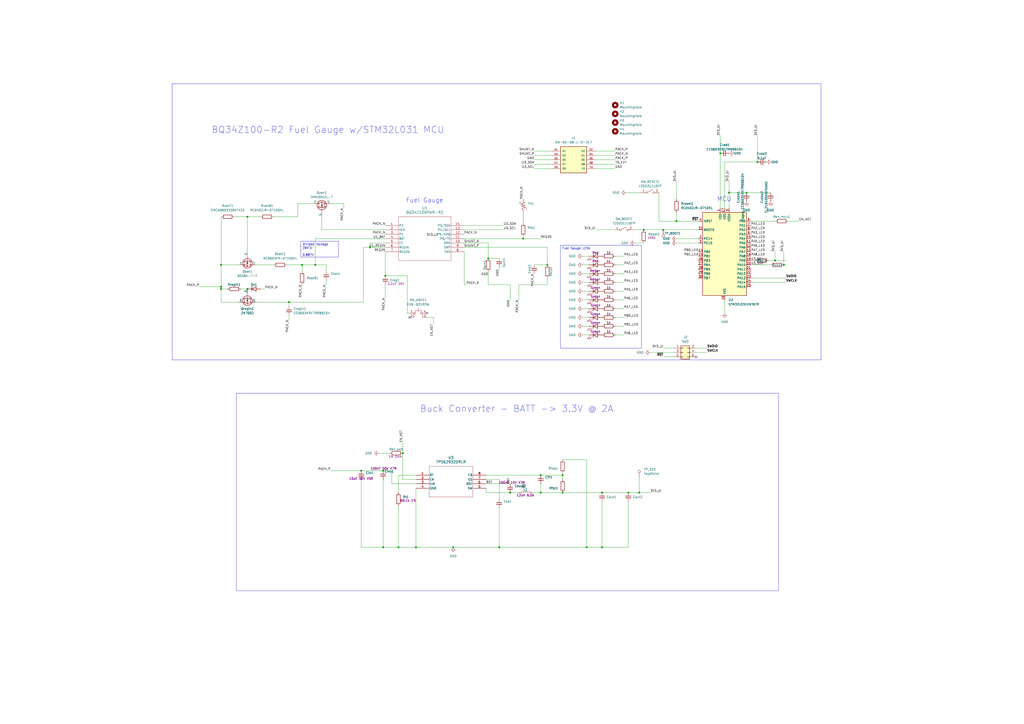
<source format=kicad_sch>
(kicad_sch (version 20250114) (generator "eeschema") (generator_version "9.0")
  (paper "A2")
  (rectangle (start 137.16 228.092) (end 451.612 342.646))
  (rectangle (start 99.822 48.514) (end 476.25 208.788))
  (text "Fuel Gauge" (at 246.38 116.332 0) (effects (font (size 2.54 2.54))))
  (text "BQ34Z100-R2 Fuel Gauge w/STM32L031 MCU" (at 190.246 75.438 0) (effects (font (size 3.81 3.81))))
  (text "MCU" (at 420.116 115.57 0) (effects (font (size 2.54 2.54))))
  (text "Buck Converter - BATT -> 3.3V @ 2A" (at 299.72 237.236 0) (effects (font (size 3.81 3.81))))
  (text_box "Divided Voltage (BAT):\n\n0.887V" (at 174.498 139.954 0) (size 21.844 9.144) (margins 0.9525 0.9525 0.9525 0.9525) (effects (font (size 1.27 1.27)) (justify left top)))
  (text_box "Fuel Gauge LEDs" (at 325.12 142.24 0) (size 46.99 59.69) (margins 0.9525 0.9525 0.9525 0.9525) (effects (font (size 1.27 1.27)) (justify left top)))
  (junction (at 384.81 133.35))
  (junction (at 223.52 160.02))
  (junction (at 175.26 153.67))
  (junction (at 209.55 273.05))
  (junction (at 422.91 111.76))
  (junction (at 167.64 175.26))
  (junction (at 143.51 125.73))
  (junction (at 231.14 317.5))
  (junction (at 233.68 262.89))
  (junction (at 433.07 111.76))
  (junction (at 313.69 275.59))
  (junction (at 262.89 317.5))
  (junction (at 295.91 285.75))
  (junction (at 364.49 285.75))
  (junction (at 143.51 167.64))
  (junction (at 340.36 317.5))
  (junction (at 222.25 273.05))
  (junction (at 128.27 166.37))
  (junction (at 303.53 138.43))
  (junction (at 214.63 143.51))
  (junction (at 392.43 128.27))
  (junction (at 289.56 317.5))
  (junction (at 439.42 93.98))
  (junction (at 349.25 317.5))
  (junction (at 454.66 153.67))
  (junction (at 449.58 151.13))
  (junction (at 222.25 317.5))
  (junction (at 326.39 275.59))
  (junction (at 283.21 149.86))
  (junction (at 182.88 153.67))
  (junction (at 317.5 153.67))
  (junction (at 326.39 285.75))
  (junction (at 128.27 153.67))
  (junction (at 349.25 285.75))
  (junction (at 241.3 317.5))
  (junction (at 373.38 133.35))
  (junction (at 128.27 167.64))
  (junction (at 313.69 285.75))
  (junction (at 417.83 88.9))
  (junction (at 370.84 285.75))
  (no_connect (at 403.86 207.01))
  (no_connect (at 237.49 184.15))
  (no_connect (at 247.65 181.61))
  (wire (pts (xy 283.21 165.1) (xy 283.21 157.48)))
  (wire (pts (xy 433.07 111.76) (xy 447.04 111.76)))
  (wire (pts (xy 363.22 111.76) (xy 372.11 111.76)))
  (wire (pts (xy 233.68 262.89) (xy 233.68 278.13)))
  (wire (pts (xy 373.38 133.35) (xy 384.81 133.35)))
  (wire (pts (xy 345.44 92.71) (xy 356.87 92.71)))
  (wire (pts (xy 289.56 278.13) (xy 289.56 289.56)))
  (wire (pts (xy 295.91 165.1) (xy 295.91 173.99)))
  (wire (pts (xy 309.88 90.17) (xy 320.04 90.17)))
  (wire (pts (xy 313.69 280.67) (xy 313.69 285.75)))
  (wire (pts (xy 236.22 160.02) (xy 236.22 181.61)))
  (wire (pts (xy 128.27 153.67) (xy 128.27 166.37)))
  (wire (pts (xy 422.91 111.76) (xy 422.91 120.65)))
  (wire (pts (xy 186.69 133.35) (xy 223.52 133.35)))
  (wire (pts (xy 392.43 123.19) (xy 392.43 128.27)))
  (wire (pts (xy 345.44 133.35) (xy 356.87 133.35)))
  (wire (pts (xy 289.56 156.21) (xy 289.56 154.94)))
  (wire (pts (xy 283.21 149.86) (xy 289.56 149.86)))
  (wire (pts (xy 370.84 276.86) (xy 370.84 285.75)))
  (wire (pts (xy 326.39 274.32) (xy 326.39 275.59)))
  (wire (pts (xy 457.2 128.27) (xy 463.55 128.27)))
  (wire (pts (xy 309.88 97.79) (xy 320.04 97.79)))
  (wire (pts (xy 186.69 125.73) (xy 186.69 133.35)))
  (wire (pts (xy 337.82 153.67) (xy 341.63 153.67)))
  (wire (pts (xy 223.52 160.02) (xy 236.22 160.02)))
  (wire (pts (xy 368.3 140.97) (xy 373.38 140.97)))
  (wire (pts (xy 303.53 138.43) (xy 313.69 138.43)))
  (wire (pts (xy 270.51 165.1) (xy 269.24 165.1)))
  (wire (pts (xy 210.82 143.51) (xy 210.82 175.26)))
  (wire (pts (xy 158.75 125.73) (xy 172.72 125.73)))
  (wire (pts (xy 435.61 128.27) (xy 449.58 128.27)))
  (wire (pts (xy 222.25 317.5) (xy 231.14 317.5)))
  (wire (pts (xy 303.53 137.16) (xy 303.53 138.43)))
  (wire (pts (xy 233.68 256.54) (xy 233.68 262.89)))
  (wire (pts (xy 143.51 125.73) (xy 143.51 146.05)))
  (wire (pts (xy 420.37 93.98) (xy 439.42 93.98)))
  (wire (pts (xy 172.72 118.11) (xy 181.61 118.11)))
  (wire (pts (xy 283.21 165.1) (xy 295.91 165.1)))
  (wire (pts (xy 309.88 87.63) (xy 320.04 87.63)))
  (wire (pts (xy 214.63 143.51) (xy 210.82 143.51)))
  (wire (pts (xy 384.81 207.01) (xy 391.16 207.01)))
  (wire (pts (xy 139.7 167.64) (xy 143.51 167.64)))
  (wire (pts (xy 210.82 175.26) (xy 167.64 175.26)))
  (wire (pts (xy 309.88 153.67) (xy 317.5 153.67)))
  (wire (pts (xy 167.64 175.26) (xy 148.59 175.26)))
  (wire (pts (xy 403.86 201.93) (xy 410.21 201.93)))
  (wire (pts (xy 281.94 275.59) (xy 313.69 275.59)))
  (wire (pts (xy 364.49 290.83) (xy 364.49 317.5)))
  (wire (pts (xy 231.14 317.5) (xy 241.3 317.5)))
  (wire (pts (xy 337.82 173.99) (xy 341.63 173.99)))
  (wire (pts (xy 199.39 120.65) (xy 199.39 118.11)))
  (wire (pts (xy 236.22 181.61) (xy 237.49 181.61)))
  (wire (pts (xy 191.77 273.05) (xy 209.55 273.05)))
  (wire (pts (xy 384.81 201.93) (xy 391.16 201.93)))
  (wire (pts (xy 214.63 140.97) (xy 214.63 143.51)))
  (wire (pts (xy 356.87 163.83) (xy 361.95 163.83)))
  (wire (pts (xy 317.5 143.51) (xy 317.5 153.67)))
  (wire (pts (xy 309.88 92.71) (xy 320.04 92.71)))
  (wire (pts (xy 241.3 317.5) (xy 262.89 317.5)))
  (wire (pts (xy 189.23 162.56) (xy 189.23 165.1)))
  (wire (pts (xy 148.59 153.67) (xy 158.75 153.67)))
  (wire (pts (xy 283.21 140.97) (xy 269.24 140.97)))
  (wire (pts (xy 337.82 158.75) (xy 341.63 158.75)))
  (wire (pts (xy 309.88 95.25) (xy 320.04 95.25)))
  (wire (pts (xy 370.84 285.75) (xy 377.19 285.75)))
  (wire (pts (xy 356.87 184.15) (xy 361.95 184.15)))
  (wire (pts (xy 445.77 151.13) (xy 449.58 151.13)))
  (wire (pts (xy 435.61 153.67) (xy 447.04 153.67)))
  (wire (pts (xy 214.63 143.51) (xy 223.52 143.51)))
  (wire (pts (xy 356.87 189.23) (xy 361.95 189.23)))
  (wire (pts (xy 340.36 317.5) (xy 289.56 317.5)))
  (wire (pts (xy 175.26 153.67) (xy 182.88 153.67)))
  (wire (pts (xy 356.87 153.67) (xy 361.95 153.67)))
  (wire (pts (xy 345.44 95.25) (xy 356.87 95.25)))
  (wire (pts (xy 337.82 168.91) (xy 341.63 168.91)))
  (wire (pts (xy 269.24 143.51) (xy 317.5 143.51)))
  (wire (pts (xy 420.37 173.99) (xy 420.37 181.61)))
  (wire (pts (xy 241.3 275.59) (xy 231.14 275.59)))
  (wire (pts (xy 289.56 294.64) (xy 289.56 317.5)))
  (wire (pts (xy 182.88 153.67) (xy 189.23 153.67)))
  (wire (pts (xy 151.13 167.64) (xy 153.67 167.64)))
  (wire (pts (xy 172.72 125.73) (xy 172.72 118.11)))
  (wire (pts (xy 367.03 133.35) (xy 373.38 133.35)))
  (wire (pts (xy 317.5 165.1) (xy 317.5 161.29)))
  (wire (pts (xy 231.14 293.37) (xy 231.14 317.5)))
  (wire (pts (xy 209.55 278.13) (xy 209.55 317.5)))
  (wire (pts (xy 422.91 111.76) (xy 433.07 111.76)))
  (wire (pts (xy 189.23 153.67) (xy 189.23 157.48)))
  (wire (pts (xy 281.94 278.13) (xy 289.56 278.13)))
  (wire (pts (xy 317.5 165.1) (xy 300.99 165.1)))
  (wire (pts (xy 455.93 161.29) (xy 435.61 161.29)))
  (wire (pts (xy 356.87 168.91) (xy 361.95 168.91)))
  (wire (pts (xy 392.43 128.27) (xy 405.13 128.27)))
  (wire (pts (xy 313.69 275.59) (xy 326.39 275.59)))
  (wire (pts (xy 326.39 285.75) (xy 349.25 285.75)))
  (wire (pts (xy 422.91 105.41) (xy 422.91 111.76)))
  (wire (pts (xy 175.26 157.48) (xy 175.26 153.67)))
  (wire (pts (xy 439.42 78.74) (xy 439.42 93.98)))
  (wire (pts (xy 241.3 280.67) (xy 227.33 280.67)))
  (wire (pts (xy 223.52 146.05) (xy 223.52 160.02)))
  (wire (pts (xy 435.61 151.13) (xy 438.15 151.13)))
  (wire (pts (xy 209.55 273.05) (xy 222.25 273.05)))
  (wire (pts (xy 233.68 278.13) (xy 241.3 278.13)))
  (wire (pts (xy 340.36 266.7) (xy 340.36 317.5)))
  (wire (pts (xy 231.14 275.59) (xy 231.14 285.75)))
  (wire (pts (xy 281.94 280.67) (xy 295.91 280.67)))
  (wire (pts (xy 337.82 163.83) (xy 341.63 163.83)))
  (wire (pts (xy 454.66 146.05) (xy 454.66 153.67)))
  (wire (pts (xy 227.33 280.67) (xy 227.33 273.05)))
  (wire (pts (xy 269.24 146.05) (xy 269.24 165.1)))
  (wire (pts (xy 392.43 128.27) (xy 382.27 128.27)))
  (wire (pts (xy 241.3 283.21) (xy 241.3 317.5)))
  (wire (pts (xy 269.24 130.81) (xy 292.1 130.81)))
  (wire (pts (xy 222.25 278.13) (xy 222.25 317.5)))
  (wire (pts (xy 128.27 175.26) (xy 128.27 167.64)))
  (wire (pts (xy 449.58 151.13) (xy 455.93 151.13)))
  (wire (pts (xy 303.53 138.43) (xy 269.24 138.43)))
  (wire (pts (xy 349.25 317.5) (xy 340.36 317.5)))
  (wire (pts (xy 128.27 125.73) (xy 128.27 153.67)))
  (wire (pts (xy 356.87 158.75) (xy 361.95 158.75)))
  (wire (pts (xy 356.87 173.99) (xy 361.95 173.99)))
  (wire (pts (xy 403.86 204.47) (xy 410.21 204.47)))
  (wire (pts (xy 417.83 78.74) (xy 417.83 88.9)))
  (wire (pts (xy 128.27 166.37) (xy 115.57 166.37)))
  (wire (pts (xy 135.89 125.73) (xy 143.51 125.73)))
  (wire (pts (xy 166.37 153.67) (xy 175.26 153.67)))
  (wire (pts (xy 449.58 146.05) (xy 449.58 151.13)))
  (wire (pts (xy 337.82 179.07) (xy 341.63 179.07)))
  (wire (pts (xy 337.82 148.59) (xy 341.63 148.59)))
  (wire (pts (xy 281.94 283.21) (xy 281.94 285.75)))
  (wire (pts (xy 364.49 285.75) (xy 370.84 285.75)))
  (wire (pts (xy 337.82 189.23) (xy 341.63 189.23)))
  (wire (pts (xy 209.55 317.5) (xy 222.25 317.5)))
  (wire (pts (xy 262.89 317.5) (xy 289.56 317.5)))
  (wire (pts (xy 377.19 204.47) (xy 391.16 204.47)))
  (wire (pts (xy 182.88 138.43) (xy 182.88 153.67)))
  (wire (pts (xy 454.66 153.67) (xy 455.93 153.67)))
  (wire (pts (xy 392.43 138.43) (xy 405.13 138.43)))
  (wire (pts (xy 128.27 153.67) (xy 138.43 153.67)))
  (wire (pts (xy 349.25 285.75) (xy 364.49 285.75)))
  (wire (pts (xy 417.83 88.9) (xy 417.83 120.65)))
  (wire (pts (xy 392.43 105.41) (xy 392.43 115.57)))
  (wire (pts (xy 345.44 87.63) (xy 356.87 87.63)))
  (wire (pts (xy 455.93 163.83) (xy 435.61 163.83)))
  (wire (pts (xy 345.44 97.79) (xy 356.87 97.79)))
  (wire (pts (xy 349.25 290.83) (xy 349.25 317.5)))
  (wire (pts (xy 364.49 317.5) (xy 349.25 317.5)))
  (wire (pts (xy 138.43 175.26) (xy 128.27 175.26)))
  (wire (pts (xy 295.91 285.75) (xy 300.99 285.75)))
  (wire (pts (xy 219.71 262.89) (xy 226.06 262.89)))
  (wire (pts (xy 227.33 273.05) (xy 222.25 273.05)))
  (wire (pts (xy 345.44 90.17) (xy 356.87 90.17)))
  (wire (pts (xy 223.52 138.43) (xy 182.88 138.43)))
  (wire (pts (xy 405.13 140.97) (xy 392.43 140.97)))
  (wire (pts (xy 326.39 266.7) (xy 340.36 266.7)))
  (wire (pts (xy 384.81 133.35) (xy 405.13 133.35)))
  (wire (pts (xy 326.39 275.59) (xy 326.39 278.13)))
  (wire (pts (xy 313.69 285.75) (xy 326.39 285.75)))
  (wire (pts (xy 128.27 167.64) (xy 128.27 166.37)))
  (wire (pts (xy 356.87 148.59) (xy 361.95 148.59)))
  (wire (pts (xy 223.52 140.97) (xy 214.63 140.97)))
  (wire (pts (xy 269.24 133.35) (xy 292.1 133.35)))
  (wire (pts (xy 382.27 111.76) (xy 382.27 128.27)))
  (wire (pts (xy 251.46 184.15) (xy 251.46 187.96)))
  (wire (pts (xy 420.37 93.98) (xy 420.37 120.65)))
  (wire (pts (xy 283.21 149.86) (xy 283.21 140.97)))
  (wire (pts (xy 337.82 184.15) (xy 341.63 184.15)))
  (wire (pts (xy 356.87 194.31) (xy 361.95 194.31)))
  (wire (pts (xy 308.61 285.75) (xy 313.69 285.75)))
  (wire (pts (xy 281.94 285.75) (xy 295.91 285.75)))
  (wire (pts (xy 300.99 165.1) (xy 300.99 173.99)))
  (wire (pts (xy 223.52 165.1) (xy 223.52 172.72)))
  (wire (pts (xy 167.64 182.88) (xy 167.64 185.42)))
  (wire (pts (xy 199.39 118.11) (xy 191.77 118.11)))
  (wire (pts (xy 356.87 179.07) (xy 361.95 179.07)))
  (wire (pts (xy 167.64 177.8) (xy 167.64 175.26)))
  (wire (pts (xy 247.65 184.15) (xy 251.46 184.15)))
  (wire (pts (xy 303.53 123.19) (xy 303.53 129.54)))
  (wire (pts (xy 143.51 125.73) (xy 151.13 125.73)))
  (wire (pts (xy 128.27 167.64) (xy 132.08 167.64)))
  (wire (pts (xy 337.82 194.31) (xy 341.63 194.31)))
  (label "BST" (at 295.91 280.67 90))
  (label "PACK_N" (at 223.52 172.72 270))
  (label "~{RST}" (at 384.81 207.01 180) (effects (font (thickness 0.254) (bold yes))))
  (label "U1_BAT" (at 223.52 138.43 180))
  (label "GND" (at 295.91 173.99 270))
  (label "3V3_UI" (at 422.91 105.41 90))
  (label "PACK_N" (at 269.24 135.89 0))
  (label "PACK_N" (at 300.99 173.99 270))
  (label "PACK_N" (at 153.67 167.64 0))
  (label "PACK_N" (at 356.87 90.17 0))
  (label "PACK_P" (at 356.87 87.63 0))
  (label "U3_SDA" (at 309.88 95.25 180))
  (label "U3_SCL" (at 292.1 133.35 0))
  (label "PA7_LED" (at 435.61 146.05 0))
  (label "PA1_LED" (at 435.61 130.81 0))
  (label "3V3_UI" (at 449.58 146.05 90))
  (label "U3_SCL" (at 435.61 151.13 0))
  (label "SWDIO" (at 455.93 161.29 0) (effects (font (thickness 0.254) (bold yes))))
  (label "PA2_LED" (at 361.95 153.67 0))
  (label "BST" (at 281.94 280.67 0))
  (label "GND" (at 289.56 156.21 270))
  (label "PA6_LED" (at 361.95 173.99 0))
  (label "3V3_UI" (at 384.81 201.93 180))
  (label "REG25" (at 223.52 146.05 180))
  (label "PA5_LED" (at 361.95 168.91 0))
  (label "3V3_UI" (at 417.83 78.74 90))
  (label "PB1_LED" (at 361.95 189.23 0))
  (label "3V3_UI" (at 345.44 133.35 180))
  (label "PA3_LED" (at 435.61 135.89 0))
  (label "SWDIO" (at 410.21 201.93 0) (effects (font (thickness 0.254) (bold yes))))
  (label "U3_SDA" (at 435.61 153.67 0))
  (label "PB0_LED" (at 405.13 146.05 180))
  (label "PA4_LED" (at 435.61 138.43 0))
  (label "GND" (at 309.88 92.71 180))
  (label "PA8_LED" (at 361.95 194.31 0))
  (label "PACK_N" (at 223.52 135.89 180))
  (label "PA8_LED" (at 435.61 148.59 0))
  (label "3V3_UI" (at 254 137.16 180))
  (label "PA3_LED" (at 361.95 158.75 0))
  (label "GND" (at 283.21 160.02 180))
  (label "PACK_P" (at 115.57 166.37 180))
  (label "PA4_LED" (at 361.95 163.83 0))
  (label "3V3_UI" (at 454.66 146.05 90))
  (label "SHUNT_P" (at 309.88 90.17 180))
  (label "SHUNT_P" (at 269.24 143.51 0))
  (label "3V3_UI" (at 392.43 105.41 90))
  (label "PA2_LED" (at 435.61 133.35 0))
  (label "PACK_P" (at 191.77 273.05 180))
  (label "PACK_N" (at 199.39 120.65 270))
  (label "PACK_N" (at 303.53 115.57 90))
  (label "SWCLK" (at 455.93 163.83 0) (effects (font (thickness 0.254) (bold yes))))
  (label "SHUNT_N" (at 309.88 87.63 180))
  (label "EN_NET" (at 251.46 187.96 270))
  (label "PA6_LED" (at 435.61 143.51 0))
  (label "SWCLK" (at 410.21 204.47 0) (effects (font (thickness 0.254) (bold yes))))
  (label "~{RST}" (at 405.13 128.27 180) (effects (font (thickness 0.254) (bold yes))))
  (label "SHUNT_N" (at 269.24 140.97 0))
  (label "PACK_N" (at 167.64 185.42 270))
  (label "3V3_UI" (at 377.19 285.75 0))
  (label "TS_EXT" (at 356.87 95.25 0))
  (label "EN_NET" (at 233.68 256.54 90))
  (label "PACK_P" (at 356.87 92.71 0))
  (label "PB1_LED" (at 405.13 148.59 180))
  (label "BST" (at 304.8 283.21 90))
  (label "U3_SCL" (at 309.88 97.79 180))
  (label "PA7_LED" (at 361.95 179.07 0))
  (label "PACK_N" (at 189.23 165.1 270))
  (label "U1_REGIN" (at 223.52 143.51 180))
  (label "PACK_N" (at 309.88 158.75 270))
  (label "U3_SDA" (at 292.1 130.81 0))
  (label "PA1_LED" (at 361.95 148.59 0))
  (label "PA5_LED" (at 435.61 140.97 0))
  (label "GND" (at 356.87 97.79 0))
  (label "EN_NET" (at 463.55 128.27 0))
  (label "PB0_LED" (at 361.95 184.15 0))
  (label "PACK_N" (at 270.51 165.1 0))
  (label "REG25" (at 313.69 138.43 0))
  (label "3V3_UI" (at 439.42 78.74 90))
  (label "PACK_N" (at 175.26 165.1 270))
  (label "PACK_N" (at 223.52 130.81 180))
  (symbol (lib_id "Device:R") (at 353.06 163.83 90) (unit 1)
    (property "Reference" "Rled7" (effects (hide yes)))
    (property "Value" "RMCF0603FT1K00" (effects (hide yes)))
    (property "Footprint" "Resistor_SMD:R_0603_1608Metric_Pad0.98x0.95mm_HandSolder" (effects (hide yes)))
    (property "Description" "1k" (at 353.06 161.798 90))
  )
  (symbol (lib_id "power:GND") (at 444.5 93.98 90) (unit 1)
    (property "Reference" "#PWR023" (effects (hide yes)))
    (property "Value" "GND" (at 447.294 93.98 90) (effects (justify right)))
    (property "Description" "Power symbol creates a global label with name \"GND\" , ground" (effects (hide yes)))
  )
  (symbol (lib_id "Device:C_Small") (at 223.52 162.56 180) (unit 1)
    (property "Reference" "Creg1" (at 226.06 162.5535 0) (effects (justify right)))
    (property "Value" "GMC10X7R225K25NT" (effects (hide yes)))
    (property "Footprint" "Capacitor_SMD:C_0603_1608Metric" (effects (hide yes)))
    (property "Description" "2.2uF 25V" (at 229.616 164.592 0))
  )
  (symbol (lib_id "Device:R") (at 373.38 137.16 0) (unit 1)
    (property "Reference" "Rboot1" (at 375.92 135.8899 0) (effects (justify left)))
    (property "Value" "RC0402JR-07100KL" (effects (hide yes)))
    (property "Footprint" "Resistor_SMD:R_0402_1005Metric" (effects (hide yes)))
    (property "Description" "100k" (at 377.952 137.922 0))
  )
  (symbol (lib_id "Switch:SW_MEC_5E") (at 242.57 184.15 0) (unit 1)
    (property "Reference" "SW_WAKE1" (at 242.57 173.99 0))
    (property "Value" "EVQ-Q2U03W" (at 242.57 176.53 0))
    (property "Footprint" "Samsung_BTN_SMD:EVQQ2_3_PAN" (effects (hide yes)))
    (property "Datasheet" "http://www.apem.com/int/index.php?controller=attachment&id_attachment=1371" (effects (hide yes)))
    (property "Description" "MEC 5E single pole normally-open tactile switch" (effects (hide yes)))
  )
  (symbol (lib_id "power:GND") (at 392.43 138.43 270) (unit 1)
    (property "Reference" "#PWR012" (effects (hide yes)))
    (property "Value" "GND" (at 388.62 138.4299 90) (effects (justify right)))
    (property "Description" "Power symbol creates a global label with name \"GND\" , ground" (effects (hide yes)))
  )
  (symbol (lib_id "Device:R") (at 154.94 125.73 90) (unit 1)
    (property "Reference" "RvenB1" (at 154.94 119.38 90))
    (property "Value" "RC0402JR-07100KL" (at 154.94 121.92 90))
    (property "Footprint" "Resistor_SMD:R_0402_1005Metric" (effects (hide yes)))
    (property "Description" "100k" (effects (hide yes)))
  )
  (symbol (lib_id "Samtec_2x05_THT:DW-05-X-X-D-X") (at 332.74 92.71 0) (unit 1)
    (property "Reference" "J1" (at 332.74 80.01 0))
    (property "Value" "DW-05-08-L-D-217" (at 332.74 82.55 0))
    (property "Footprint" "Samtec_2x05_THT:SAMTEC_DW-05-X-X-D-X" (effects (hide yes)))
    (property "PARTREV" "01-06-94" (effects (hide yes)))
    (property "MANUFACTURER" "Samtec" (effects (hide yes)))
    (property "STANDARD" "Manufacturer Recommendations" (effects (hide yes)))
  )
  (symbol (lib_id "power:GND") (at 337.82 189.23 270) (unit 1)
    (property "Reference" "#PWR019" (effects (hide yes)))
    (property "Value" "GND" (at 334.01 189.2299 90) (effects (justify right)))
    (property "Description" "Power symbol creates a global label with name \"GND\" , ground" (effects (hide yes)))
  )
  (symbol (lib_id "Device:R") (at 353.06 153.67 90) (unit 1)
    (property "Reference" "Rled9" (effects (hide yes)))
    (property "Value" "RMCF0603FT1K00" (effects (hide yes)))
    (property "Footprint" "Resistor_SMD:R_0603_1608Metric_Pad0.98x0.95mm_HandSolder" (effects (hide yes)))
    (property "Description" "1k" (at 353.06 151.638 90))
  )
  (symbol (lib_id "power:GND") (at 337.82 173.99 270) (unit 1)
    (property "Reference" "#PWR06" (effects (hide yes)))
    (property "Value" "GND" (at 334.01 173.9899 90) (effects (justify right)))
    (property "Description" "Power symbol creates a global label with name \"GND\" , ground" (effects (hide yes)))
  )
  (symbol (lib_id "power:GND") (at 377.19 204.47 270) (unit 1)
    (property "Reference" "#PWR07" (effects (hide yes)))
    (property "Value" "GND" (at 373.38 204.4699 90) (effects (justify right)))
    (property "Description" "Power symbol creates a global label with name \"GND\" , ground" (effects (hide yes)))
  )
  (symbol (lib_id "Device:R") (at 441.96 151.13 90) (unit 1)
    (property "Reference" "Rscl1" (at 442.214 151.13 90))
    (property "Value" "RC0603FR-074K7L" (effects (hide yes)))
    (property "Footprint" "Resistor_SMD:R_0402_1005Metric" (effects (hide yes)))
    (property "Description" "4.7k" (effects (hide yes)))
  )
  (symbol (lib_id "Simulation_SPICE:PMOS") (at 143.51 151.13 270) (unit 1)
    (property "Reference" "Qbat1" (at 143.51 157.48 90))
    (property "Value" "BSS84-7-F" (at 143.51 160.02 90))
    (property "Footprint" "Package_TO_SOT_SMD:SOT-23-3" (effects (hide yes)))
    (property "Datasheet" "https://ngspice.sourceforge.io/docs/ngspice-html-manual/manual.xhtml#cha_MOSFETs" (effects (hide yes)))
    (property "Description" "P-channel 60V 170mA" (effects (hide yes)))
    (property "Sim.Device" "PMOS" (effects (hide yes)))
    (property "Sim.Type" "VDMOS" (effects (hide yes)))
    (property "Sim.Pins" "1=D 2=G 3=S" (effects (hide yes)))
  )
  (symbol (lib_id "Device:LED") (at 345.44 158.75 0) (unit 1)
    (property "Reference" "D8" (effects (hide yes)))
    (property "Value" "B1701UY--20D000214U1930" (effects (hide yes)))
    (property "Footprint" "LED_SMD:LED_0805_2012Metric_Pad1.15x1.40mm_HandSolder" (effects (hide yes)))
    (property "Description" "Amber" (at 345.186 156.972 0))
    (property "Sim.Pins" "1=K 2=A" (effects (hide yes)))
  )
  (symbol (lib_id "Device:C_Small") (at 189.23 160.02 0) (unit 1)
    (property "Reference" "Cbat1" (at 191.77 158.7562 0) (effects (justify left)))
    (property "Value" "GRM1885C1H332JA01D" (effects (hide yes)))
    (property "Footprint" "Capacitor_SMD:C_0603_1608Metric" (effects (hide yes)))
    (property "Description" "3300pF 50V C0G" (effects (hide yes)))
  )
  (symbol (lib_id "Mechanical:MountingHole") (at 356.87 60.96 0) (unit 1) (in_bom no)
    (property "Reference" "H1" (at 359.41 59.6899 0) (effects (justify left)))
    (property "Value" "MountingHole" (at 359.41 62.2299 0) (effects (justify left)))
    (property "Footprint" "MountingHole:MountingHole_3.2mm_M3" (effects (hide yes)))
    (property "Description" "Mounting Hole without connection" (effects (hide yes)))
  )
  (symbol (lib_id "Device:R") (at 175.26 161.29 180) (unit 1)
    (property "Reference" "RbatB1" (at 177.8 161.2899 0) (effects (justify right)))
    (property "Value" "RC0603FR-074K7L" (effects (hide yes)))
    (property "Footprint" "Resistor_SMD:R_0603_1608Metric" (effects (hide yes)))
    (property "Description" "4.7k" (effects (hide yes)))
  )
  (symbol (lib_id "Device:LED") (at 345.44 163.83 0) (unit 1)
    (property "Reference" "D7" (effects (hide yes)))
    (property "Value" "B1701UY--20D000214U1930" (effects (hide yes)))
    (property "Footprint" "LED_SMD:LED_0805_2012Metric_Pad1.15x1.40mm_HandSolder" (effects (hide yes)))
    (property "Description" "Amber" (at 345.186 162.052 0))
    (property "Sim.Pins" "1=K 2=A" (effects (hide yes)))
  )
  (symbol (lib_id "Simulation_SPICE:NMOS") (at 186.69 120.65 90) (unit 1)
    (property "Reference" "Qven1" (at 186.69 111.76 90))
    (property "Value" "DMN3042L-7" (at 186.69 114.3 90))
    (property "Footprint" "Package_TO_SOT_SMD:SOT-23-3" (effects (hide yes)))
    (property "Datasheet" "https://ngspice.sourceforge.io/docs/ngspice-html-manual/manual.xhtml#cha_MOSFETs" (effects (hide yes)))
    (property "Description" "N-channel 30V" (effects (hide yes)))
    (property "Sim.Device" "NMOS" (effects (hide yes)))
    (property "Sim.Type" "VDMOS" (effects (hide yes)))
    (property "Sim.Pins" "1=D 2=G 3=S" (effects (hide yes)))
  )
  (symbol (lib_id "Switch:SW_SPST") (at 361.95 133.35 0) (unit 1)
    (property "Reference" "SW_BOOT1" (at 361.95 127 0))
    (property "Value" "Y25D31110FP" (at 361.95 129.54 0))
    (property "Footprint" "KXT_311_LHS:KXT 311 LHS_CNK" (effects (hide yes)))
    (property "Description" "SPST" (effects (hide yes)))
  )
  (symbol (lib_id "Device:C_Small") (at 313.69 278.13 0) (unit 1)
    (property "Reference" "Cff1" (at 316.23 276.8662 0) (effects (justify left)))
    (property "Value" "C0603C560J5GACTU" (effects (hide yes)))
    (property "Footprint" "Capacitor_SMD:C_0603_1608Metric" (effects (hide yes)))
    (property "Description" "56pF 50V C0G/NP0" (effects (hide yes)))
  )
  (symbol (lib_id "Device:LED") (at 345.44 153.67 0) (unit 1)
    (property "Reference" "D9" (effects (hide yes)))
    (property "Value" "B1701URO-20D000114U1930" (effects (hide yes)))
    (property "Footprint" "LED_SMD:LED_0805_2012Metric_Pad1.15x1.40mm_HandSolder" (effects (hide yes)))
    (property "Description" "Red" (at 345.44 151.384 0))
    (property "Sim.Pins" "1=K 2=A" (effects (hide yes)))
  )
  (symbol (lib_id "Device:R") (at 353.06 194.31 90) (unit 1)
    (property "Reference" "Rled1" (effects (hide yes)))
    (property "Value" "RMCF0603FT1K00" (effects (hide yes)))
    (property "Footprint" "Resistor_SMD:R_0603_1608Metric_Pad0.98x0.95mm_HandSolder" (effects (hide yes)))
    (property "Description" "1k" (at 353.06 192.278 90))
  )
  (symbol (lib_id "Device:R") (at 317.5 157.48 180) (unit 1)
    (property "Reference" "Rsrp1" (at 319.532 157.48 90))
    (property "Value" "CRCW0603100RFKEA" (effects (hide yes)))
    (property "Footprint" "Resistor_SMD:R_0603_1608Metric" (effects (hide yes)))
    (property "Description" "100 Ohm" (effects (hide yes)))
  )
  (symbol (lib_id "power:GND") (at 337.82 184.15 270) (unit 1)
    (property "Reference" "#PWR018" (effects (hide yes)))
    (property "Value" "GND" (at 334.01 184.1499 90) (effects (justify right)))
    (property "Description" "Power symbol creates a global label with name \"GND\" , ground" (effects (hide yes)))
  )
  (symbol (lib_id "Device:R") (at 231.14 289.56 0) (unit 1)
    (property "Reference" "Rt1" (at 233.68 288.2899 0) (effects (justify left)))
    (property "Value" "CRCW060361K9FKEA" (effects (hide yes)))
    (property "Footprint" "Resistor_SMD:R_0603_1608Metric" (effects (hide yes)))
    (property "Description" "69.1k 1%" (at 236.728 290.322 0))
  )
  (symbol (lib_id "Device:C_Small") (at 349.25 288.29 0) (unit 1)
    (property "Reference" "Cout1" (at 351.79 288.2962 0) (effects (justify left)))
    (property "Value" "GRM31CR61A476ME15L" (effects (hide yes)))
    (property "Footprint" "Capacitor_SMD:C_1210_3225Metric" (effects (hide yes)))
    (property "Description" "47uF 16VX5R" (effects (hide yes)))
  )
  (symbol (lib_id "Device:LED") (at 345.44 189.23 0) (unit 1)
    (property "Reference" "D2" (effects (hide yes)))
    (property "Value" "5988170107F" (effects (hide yes)))
    (property "Footprint" "LED_SMD:LED_0805_2012Metric_Pad1.15x1.40mm_HandSolder" (effects (hide yes)))
    (property "Description" "Green" (at 345.44 187.198 0))
    (property "Sim.Pins" "1=K 2=A" (effects (hide yes)))
  )
  (symbol (lib_id "Device:R") (at 353.06 158.75 90) (unit 1)
    (property "Reference" "Rled8" (effects (hide yes)))
    (property "Value" "RMCF0603FT1K00" (effects (hide yes)))
    (property "Footprint" "Resistor_SMD:R_0603_1608Metric_Pad0.98x0.95mm_HandSolder" (effects (hide yes)))
    (property "Description" "1k" (at 353.06 156.718 90))
  )
  (symbol (lib_id "Device:R") (at 453.39 128.27 90) (unit 1)
    (property "Reference" "Ren_mcu1" (at 453.39 125.73 90))
    (property "Value" "RC0402JR-0710KL" (effects (hide yes)))
    (property "Footprint" "Resistor_SMD:R_0402_1005Metric" (effects (hide yes)))
    (property "Description" "10k" (effects (hide yes)))
  )
  (symbol (lib_id "Mechanical:MountingHole") (at 356.87 71.12 0) (unit 1) (in_bom no)
    (property "Reference" "H3" (at 359.41 69.8499 0) (effects (justify left)))
    (property "Value" "MountingHole" (at 359.41 72.3899 0) (effects (justify left)))
    (property "Footprint" "MountingHole:MountingHole_3.2mm_M3" (effects (hide yes)))
    (property "Description" "Mounting Hole without connection" (effects (hide yes)))
  )
  (symbol (lib_id "Device:LED") (at 345.44 173.99 0) (unit 1)
    (property "Reference" "D5" (effects (hide yes)))
    (property "Value" "5988170107F" (effects (hide yes)))
    (property "Footprint" "LED_SMD:LED_0805_2012Metric_Pad1.15x1.40mm_HandSolder" (effects (hide yes)))
    (property "Description" "Green" (at 345.44 171.958 0))
    (property "Sim.Pins" "1=K 2=A" (effects (hide yes)))
  )
  (symbol (lib_id "power:GND") (at 337.82 153.67 270) (unit 1)
    (property "Reference" "#PWR02" (effects (hide yes)))
    (property "Value" "GND" (at 334.01 153.6699 90) (effects (justify right)))
    (property "Description" "Power symbol creates a global label with name \"GND\" , ground" (effects (hide yes)))
  )
  (symbol (lib_id "Mechanical:MountingHole") (at 356.87 66.04 0) (unit 1) (in_bom no)
    (property "Reference" "H2" (at 359.41 64.7699 0) (effects (justify left)))
    (property "Value" "MountingHole" (at 359.41 67.3099 0) (effects (justify left)))
    (property "Footprint" "MountingHole:MountingHole_3.2mm_M3" (effects (hide yes)))
    (property "Description" "Mounting Hole without connection" (effects (hide yes)))
  )
  (symbol (lib_id "Device:R") (at 353.06 179.07 90) (unit 1)
    (property "Reference" "Rled4" (effects (hide yes)))
    (property "Value" "RMCF0603FT1K00" (effects (hide yes)))
    (property "Footprint" "Resistor_SMD:R_0603_1608Metric_Pad0.98x0.95mm_HandSolder" (effects (hide yes)))
    (property "Description" "1k" (at 353.06 177.038 90))
  )
  (symbol (lib_id "Device:L") (at 304.8 285.75 90) (unit 1)
    (property "Reference" "L1" (at 304.8 283.972 90))
    (property "Value" "SRR1208-120ML" (effects (hide yes)))
    (property "Footprint" "Inductor_SMD:L_Bourns_SRR1208_12.7x12.7mm" (effects (hide yes)))
    (property "Description" "12uH 6.5A" (at 304.8 287.274 90))
  )
  (symbol (lib_id "power:GND") (at 337.82 194.31 270) (unit 1)
    (property "Reference" "#PWR020" (effects (hide yes)))
    (property "Value" "GND" (at 334.01 194.3099 90) (effects (justify right)))
    (property "Description" "Power symbol creates a global label with name \"GND\" , ground" (effects (hide yes)))
  )
  (symbol (lib_id "Device:R") (at 283.21 153.67 180) (unit 1)
    (property "Reference" "Rsrn1" (at 281.178 153.67 90))
    (property "Value" "CRCW0603100RFKEA" (effects (hide yes)))
    (property "Footprint" "Resistor_SMD:R_0603_1608Metric" (effects (hide yes)))
    (property "Description" "100 Ohm" (effects (hide yes)))
  )
  (symbol (lib_id "power:GND") (at 447.04 116.84 0) (unit 1)
    (property "Reference" "#PWR010" (effects (hide yes)))
    (property "Value" "GND" (at 447.04 121.92 0))
    (property "Description" "Power symbol creates a global label with name \"GND\" , ground" (effects (hide yes)))
  )
  (symbol (lib_id "power:GND") (at 337.82 168.91 270) (unit 1)
    (property "Reference" "#PWR05" (effects (hide yes)))
    (property "Value" "GND" (at 334.01 168.9099 90) (effects (justify right)))
    (property "Description" "Power symbol creates a global label with name \"GND\" , ground" (effects (hide yes)))
  )
  (symbol (lib_id "Device:R") (at 326.39 270.51 180) (unit 1)
    (property "Reference" "Rfbb1" (at 323.85 271.7801 0) (effects (justify left)))
    (property "Value" "RC0402JR-0710KL" (effects (hide yes)))
    (property "Footprint" "Resistor_SMD:R_0402_1005Metric" (effects (hide yes)))
    (property "Description" "10k" (effects (hide yes)))
  )
  (symbol (lib_id "Device:R") (at 353.06 184.15 90) (unit 1)
    (property "Reference" "Rled3" (effects (hide yes)))
    (property "Value" "RMCF0603FT1K00" (effects (hide yes)))
    (property "Footprint" "Resistor_SMD:R_0603_1608Metric_Pad0.98x0.95mm_HandSolder" (effects (hide yes)))
    (property "Description" "1k" (at 353.06 182.118 90))
  )
  (symbol (lib_id "Device:C_Small") (at 447.04 114.3 180) (unit 1)
    (property "Reference" "Cvdda2" (at 441.96 114.3 90))
    (property "Value" "CL21B105KBFNNNE" (at 444.5 114.3 90))
    (property "Footprint" "Capacitor_SMD:C_0805_2012Metric" (effects (hide yes)))
    (property "Description" "1uF 50V X7R" (effects (hide yes)))
  )
  (symbol (lib_id "power:GND") (at 420.37 181.61 0) (unit 1)
    (property "Reference" "#PWR014" (effects (hide yes)))
    (property "Value" "GND" (at 420.37 186.69 0))
    (property "Description" "Power symbol creates a global label with name \"GND\" , ground" (effects (hide yes)))
  )
  (symbol (lib_id "TPS62932DLR:TPS62932DRLR") (at 241.3 275.59 0) (unit 1)
    (property "Reference" "U3" (at 261.62 265.43 0) (effects (font (size 1.524 1.524))))
    (property "Value" "TPS62932DRLR" (at 261.62 267.97 0) (effects (font (size 1.524 1.524))))
    (property "Footprint" "TPS62932DRLR:SOT8_DRL_TEX" (effects (hide yes)))
    (property "Datasheet" "TPS62932DRLR" (effects (hide yes)))
  )
  (symbol (lib_id "Device:C_Small") (at 295.91 283.21 0) (unit 1)
    (property "Reference" "Cboot1" (at 298.45 281.9462 0) (effects (justify left)))
    (property "Value" "CC0603KRX7R9BB104" (effects (hide yes)))
    (property "Footprint" "Capacitor_SMD:C_0603_1608Metric" (effects (hide yes)))
    (property "Description" "100nF 10V X7R" (at 296.926 279.908 0))
  )
  (symbol (lib_id "Device:C_Small") (at 364.49 288.29 0) (unit 1)
    (property "Reference" "Cout2" (at 367.03 288.2962 0) (effects (justify left)))
    (property "Value" "GRM32ER61C476KE15L" (effects (hide yes)))
    (property "Footprint" "Capacitor_SMD:C_1210_3225Metric" (effects (hide yes)))
    (property "Description" "47uF 16VX5R" (effects (hide yes)))
  )
  (symbol (lib_id "Device:C_Small") (at 420.37 88.9 90) (unit 1)
    (property "Reference" "Cvdd1" (at 420.37 84.074 90))
    (property "Value" "CC0603KRX7R9BB104" (at 420.37 86.614 90))
    (property "Footprint" "Capacitor_SMD:C_0603_1608Metric" (effects (hide yes)))
    (property "Description" "0.1uF" (effects (hide yes)))
  )
  (symbol (lib_id "Connector_Generic:Conn_02x03_Odd_Even") (at 396.24 204.47 0) (unit 1)
    (property "Reference" "J2" (at 397.51 195.58 0))
    (property "Value" "SWD" (at 397.51 198.12 0))
    (property "Footprint" "FTSH-103-01-L-DV-TR:CON6_2X3_DU_FTSH_SAI" (effects (hide yes)))
    (property "Description" "Generic connector, double row, 02x03, odd/even pin numbering scheme (row 1 odd numbers, row 2 even numbers), script generated (kicad-library-utils/schlib/autogen/connector/)" (effects (hide yes)))
  )
  (symbol (lib_id "Device:Thermistor_US") (at 303.53 119.38 0) (unit 1)
    (property "Reference" "TH1" (at 306.07 118.1099 0) (effects (justify left)))
    (property "Value" "103KT1608T-1P" (effects (hide yes)))
    (property "Footprint" "Resistor_SMD:R_0603_1608Metric" (effects (hide yes)))
    (property "Description" "10k 3435K" (effects (hide yes)))
  )
  (symbol (lib_id "Device:R") (at 303.53 133.35 0) (unit 1)
    (property "Reference" "Rts1" (at 306.07 132.0799 0) (effects (justify left)))
    (property "Value" "RC0402JR-0710KL" (effects (hide yes)))
    (property "Footprint" "Resistor_SMD:R_0402_1005Metric" (effects (hide yes)))
    (property "Description" "10k" (effects (hide yes)))
  )
  (symbol (lib_id "power:GND") (at 368.3 140.97 270) (unit 1)
    (property "Reference" "#PWR08" (effects (hide yes)))
    (property "Value" "GND" (at 364.49 140.9699 90) (effects (justify right)))
    (property "Description" "Power symbol creates a global label with name \"GND\" , ground" (effects (hide yes)))
  )
  (symbol (lib_id "Device:R") (at 132.08 125.73 90) (unit 1)
    (property "Reference" "RvenT1" (at 132.08 119.38 90))
    (property "Value" "CRCW0603330KFKEA" (at 132.08 121.92 90))
    (property "Footprint" "Resistor_SMD:R_0603_1608Metric" (effects (hide yes)))
    (property "Description" "330k" (effects (hide yes)))
  )
  (symbol (lib_name "C_Small_1") (lib_id "Device:C_Small") (at 289.56 152.4 180) (unit 1)
    (property "Reference" "Csrn1" (at 292.354 155.194 90) (effects (justify right)))
    (property "Value" "CC0603KRX7R9BB104" (effects (hide yes)))
    (property "Footprint" "Capacitor_SMD:C_0603_1608Metric" (effects (hide yes)))
    (property "Description" "0.1uF 50V X7R" (effects (hide yes)))
  )
  (symbol (lib_id "Device:LED") (at 345.44 179.07 0) (unit 1)
    (property "Reference" "D4" (effects (hide yes)))
    (property "Value" "5988170107F" (effects (hide yes)))
    (property "Footprint" "LED_SMD:LED_0805_2012Metric_Pad1.15x1.40mm_HandSolder" (effects (hide yes)))
    (property "Description" "Green" (at 345.44 177.038 0))
    (property "Sim.Pins" "1=K 2=A" (effects (hide yes)))
  )
  (symbol (lib_id "Device:C_Small") (at 441.96 93.98 90) (unit 1)
    (property "Reference" "Cvdd2" (at 441.96 89.154 90))
    (property "Value" "0.1uF" (at 441.96 91.694 90))
    (property "Footprint" "Capacitor_SMD:C_0603_1608Metric" (effects (hide yes)))
    (property "Description" "Yageo CC0603KRX7R9BB104" (effects (hide yes)))
  )
  (symbol (lib_id "power:GND") (at 337.82 148.59 270) (unit 1)
    (property "Reference" "#PWR01" (effects (hide yes)))
    (property "Value" "GND" (at 334.01 148.5899 90) (effects (justify right)))
    (property "Description" "Power symbol creates a global label with name \"GND\" , ground" (effects (hide yes)))
  )
  (symbol (lib_id "Device:C_Small") (at 222.25 275.59 0) (unit 1)
    (property "Reference" "Cinx1" (at 223.012 273.558 0) (effects (justify left)))
    (property "Value" "CC0603KRX7R9BB104" (effects (hide yes)))
    (property "Footprint" "Capacitor_SMD:C_0603_1608Metric" (effects (hide yes)))
    (property "Description" "100nF 50V X7R" (at 222.504 271.78 0))
  )
  (symbol (lib_id "Device:C_Small") (at 289.56 292.1 0) (unit 1)
    (property "Reference" "Css1" (at 292.1 290.8362 0) (effects (justify left)))
    (property "Value" "GRM155R71A333KA01D" (effects (hide yes)))
    (property "Footprint" "Capacitor_SMD:C_0402_1005Metric" (effects (hide yes)))
    (property "Description" "33nF 10V X5R" (effects (hide yes)))
  )
  (symbol (lib_id "Device:R") (at 450.85 153.67 90) (unit 1)
    (property "Reference" "Rsda1" (at 450.85 153.67 90))
    (property "Value" "RC0603FR-074K7L" (effects (hide yes)))
    (property "Footprint" "Resistor_SMD:R_0402_1005Metric" (effects (hide yes)))
    (property "Description" "4.7k" (effects (hide yes)))
  )
  (symbol (lib_id "Device:LED") (at 345.44 184.15 0) (unit 1)
    (property "Reference" "D3" (effects (hide yes)))
    (property "Value" "5988170107F" (effects (hide yes)))
    (property "Footprint" "LED_SMD:LED_0805_2012Metric_Pad1.15x1.40mm_HandSolder" (effects (hide yes)))
    (property "Description" "Green" (at 345.44 182.118 0))
    (property "Sim.Pins" "1=K 2=A" (effects (hide yes)))
  )
  (symbol (lib_id "Device:LED") (at 345.44 194.31 0) (unit 1)
    (property "Reference" "D1" (effects (hide yes)))
    (property "Value" "5988170107F" (effects (hide yes)))
    (property "Footprint" "LED_SMD:LED_0805_2012Metric_Pad1.15x1.40mm_HandSolder" (effects (hide yes)))
    (property "Description" "Green" (at 345.44 192.278 0))
    (property "Sim.Pins" "1=K 2=A" (effects (hide yes)))
  )
  (symbol (lib_id "power:GND") (at 219.71 262.89 270) (unit 1)
    (property "Reference" "#PWR011" (effects (hide yes)))
    (property "Value" "GND" (at 215.9 262.8899 90) (effects (justify right)))
    (property "Description" "Power symbol creates a global label with name \"GND\" , ground" (effects (hide yes)))
  )
  (symbol (lib_id "Device:R") (at 353.06 148.59 90) (unit 1)
    (property "Reference" "Rled10" (effects (hide yes)))
    (property "Value" "RMCF0603FT1K00" (effects (hide yes)))
    (property "Footprint" "Resistor_SMD:R_0603_1608Metric_Pad0.98x0.95mm_HandSolder" (effects (hide yes)))
    (property "Description" "1k" (at 353.06 146.558 90))
  )
  (symbol (lib_id "Device:LED") (at 345.44 148.59 0) (unit 1)
    (property "Reference" "D10" (effects (hide yes)))
    (property "Value" "B1701URO-20D000114U1930" (effects (hide yes)))
    (property "Footprint" "LED_SMD:LED_0805_2012Metric_Pad1.15x1.40mm_HandSolder" (effects (hide yes)))
    (property "Description" "Red" (at 345.44 146.558 0))
    (property "Sim.Pins" "1=K 2=A" (effects (hide yes)))
  )
  (symbol (lib_id "Device:R") (at 353.06 173.99 90) (unit 1)
    (property "Reference" "Rled5" (effects (hide yes)))
    (property "Value" "RMCF0603FT1K00" (effects (hide yes)))
    (property "Footprint" "Resistor_SMD:R_0603_1608Metric_Pad0.98x0.95mm_HandSolder" (effects (hide yes)))
    (property "Description" "1k" (at 353.06 171.958 90))
  )
  (symbol (lib_id "power:GND") (at 363.22 111.76 270) (unit 1)
    (property "Reference" "#PWR022" (effects (hide yes)))
    (property "Value" "GND" (at 359.41 111.7599 90) (effects (justify right)))
    (property "Description" "Power symbol creates a global label with name \"GND\" , ground" (effects (hide yes)))
  )
  (symbol (lib_id "Device:R") (at 353.06 168.91 90) (unit 1)
    (property "Reference" "Rled6" (effects (hide yes)))
    (property "Value" "RMCF0603FT1K00" (effects (hide yes)))
    (property "Footprint" "Resistor_SMD:R_0603_1608Metric_Pad0.98x0.95mm_HandSolder" (effects (hide yes)))
    (property "Description" "1k" (at 353.06 166.878 90))
  )
  (symbol (lib_id "Mechanical:MountingHole") (at 356.87 76.2 0) (unit 1) (in_bom no)
    (property "Reference" "H4" (at 359.41 74.9299 0) (effects (justify left)))
    (property "Value" "MountingHole" (at 359.41 77.4699 0) (effects (justify left)))
    (property "Footprint" "MountingHole:MountingHole_3.2mm_M3" (effects (hide yes)))
    (property "Description" "Mounting Hole without connection" (effects (hide yes)))
  )
  (symbol (lib_id "BQ34Z100PWR-R2:BQ34Z100PWR-R2") (at 223.52 130.81 0) (unit 1)
    (property "Reference" "U1" (at 246.38 120.65 0) (effects (font (size 1.524 1.524))))
    (property "Value" "BQ34Z100PWR-R2" (at 246.38 123.19 0) (effects (font (size 1.524 1.524))))
    (property "Footprint" "BQ34Z100R2:PW14_TEX" (effects (hide yes)))
    (property "Datasheet" "BQ34Z100PWR-R2" (effects (hide yes)))
  )
  (symbol (lib_id "Connector:TestPoint") (at 370.84 276.86 0) (unit 1) (in_bom no)
    (property "Reference" "TP_3V3" (at 373.38 272.2879 0) (effects (justify left)))
    (property "Value" "TestPoint" (at 373.38 274.8279 0) (effects (justify left)))
    (property "Footprint" "TestPoint:TestPoint_Pad_D1.5mm" (effects (hide yes)))
    (property "Description" "test point" (effects (hide yes)))
  )
  (symbol (lib_id "Device:R") (at 353.06 189.23 90) (unit 1)
    (property "Reference" "Rled2" (effects (hide yes)))
    (property "Value" "RMCF0603FT1K00" (effects (hide yes)))
    (property "Footprint" "Resistor_SMD:R_0603_1608Metric_Pad0.98x0.95mm_HandSolder" (effects (hide yes)))
    (property "Description" "1k" (at 353.06 187.198 90))
  )
  (symbol (lib_id "power:GND") (at 433.07 116.84 0) (unit 1)
    (property "Reference" "#PWR09" (effects (hide yes)))
    (property "Value" "GND" (at 433.07 121.92 0))
    (property "Description" "Power symbol creates a global label with name \"GND\" , ground" (effects (hide yes)))
  )
  (symbol (lib_id "Connector:TestPoint") (at 384.81 133.35 180) (unit 1) (in_bom no)
    (property "Reference" "TP_BOOT1" (at 385.318 135.382 0) (effects (justify right)))
    (property "Value" "TestPoint" (effects (hide yes)))
    (property "Footprint" "TestPoint:TestPoint_Pad_D1.5mm" (effects (hide yes)))
    (property "Description" "test point" (effects (hide yes)))
  )
  (symbol (lib_id "power:GND") (at 337.82 163.83 270) (unit 1)
    (property "Reference" "#PWR04" (effects (hide yes)))
    (property "Value" "GND" (at 334.01 163.8299 90) (effects (justify right)))
    (property "Description" "Power symbol creates a global label with name \"GND\" , ground" (effects (hide yes)))
  )
  (symbol (lib_id "Switch:SW_SPST") (at 377.19 111.76 0) (unit 1)
    (property "Reference" "SW_RESET1" (at 377.19 105.41 0))
    (property "Value" "Y25D31110FP" (at 377.19 107.95 0))
    (property "Footprint" "KXT_311_LHS:KXT 311 LHS_CNK" (effects (hide yes)))
    (property "Description" "SPST" (effects (hide yes)))
  )
  (symbol (lib_id "MCU_ST_STM32L0:STM32L031K6Tx") (at 420.37 148.59 0) (unit 1)
    (property "Reference" "U2" (at 422.5133 173.99 0) (effects (justify left)))
    (property "Value" "STM32L031K6T6TR" (at 422.5133 176.53 0) (effects (justify left)))
    (property "Footprint" "Package_QFP:LQFP-32_7x7mm_P0.8mm" (effects (hide yes)))
    (property "Datasheet" "https://www.st.com/resource/en/datasheet/stm32l031k6.pdf" (effects (hide yes)))
    (property "Description" "STMicroelectronics Arm Cortex-M0+ MCU, 32KB flash, 8KB RAM, 32 MHz, 1.65-3.6V, 25 GPIO, LQFP32" (effects (hide yes)))
  )
  (symbol (lib_id "power:GND") (at 392.43 140.97 270) (unit 1)
    (property "Reference" "#PWR013" (effects (hide yes)))
    (property "Value" "GND" (at 388.62 140.9699 90) (effects (justify right)))
    (property "Description" "Power symbol creates a global label with name \"GND\" , ground" (effects (hide yes)))
  )
  (symbol (lib_id "Device:LED") (at 345.44 168.91 0) (unit 1)
    (property "Reference" "D6" (effects (hide yes)))
    (property "Value" "5988170107F" (effects (hide yes)))
    (property "Footprint" "LED_SMD:LED_0805_2012Metric_Pad1.15x1.40mm_HandSolder" (effects (hide yes)))
    (property "Description" "Green" (at 345.44 166.878 0))
    (property "Sim.Pins" "1=K 2=A" (effects (hide yes)))
  )
  (symbol (lib_id "power:GND") (at 262.89 317.5 0) (unit 1)
    (property "Reference" "#PWR015" (effects (hide yes)))
    (property "Value" "GND" (at 262.89 322.58 0))
    (property "Description" "Power symbol creates a global label with name \"GND\" , ground" (effects (hide yes)))
  )
  (symbol (lib_id "Device:D_Zener") (at 147.32 167.64 0) (unit 1)
    (property "Reference" "Dz1" (at 147.32 165.1 0))
    (property "Value" "BZT52C5V6T-7" (effects (hide yes)))
    (property "Footprint" "Diode_SMD:D_SOD-523" (effects (hide yes)))
    (property "Description" "BZT52C5V6T-7" (effects (hide yes)))
  )
  (symbol (lib_id "Device:R") (at 135.89 167.64 90) (unit 1)
    (property "Reference" "Rregin1" (at 135.89 165.1 90))
    (property "Value" "RC0402JR-0710KL" (effects (hide yes)))
    (property "Footprint" "Resistor_SMD:R_0402_1005Metric" (effects (hide yes)))
    (property "Description" "10k" (effects (hide yes)))
  )
  (symbol (lib_id "Device:R") (at 392.43 119.38 0) (unit 1)
    (property "Reference" "Rreset1" (at 394.97 118.1099 0) (effects (justify left)))
    (property "Value" "RC0402JR-0710KL" (at 394.97 120.6499 0) (effects (justify left)))
    (property "Footprint" "Resistor_SMD:R_0402_1005Metric" (effects (hide yes)))
    (property "Description" "10k" (effects (hide yes)))
  )
  (symbol (lib_id "Device:R") (at 229.87 262.89 90) (unit 1)
    (property "Reference" "Ren_pd1" (at 229.87 260.604 90))
    (property "Value" "CRCW06031M00FKEA" (effects (hide yes)))
    (property "Footprint" "Resistor_SMD:R_0603_1608Metric" (effects (hide yes)))
    (property "Description" "1M Ohm" (at 229.362 264.922 90))
  )
  (symbol (lib_id "Device:C_Small") (at 433.07 114.3 180) (unit 1)
    (property "Reference" "Cvdda1" (at 428.244 114.3 90))
    (property "Value" "Yageo CC0603KRX7R9BB104" (at 430.784 114.3 90))
    (property "Footprint" "Capacitor_SMD:C_0603_1608Metric" (effects (hide yes)))
    (property "Description" "0.1uF 50V X7R" (effects (hide yes)))
  )
  (symbol (lib_id "Device:C_Small") (at 167.64 180.34 0) (unit 1)
    (property "Reference" "Cregin1" (at 170.18 179.0762 0) (effects (justify left)))
    (property "Value" "CC0603KRX7R9BB104" (at 170.18 181.6162 0) (effects (justify left)))
    (property "Footprint" "Capacitor_SMD:C_0603_1608Metric" (effects (hide yes)))
    (property "Description" "0.1uF 50V X7R" (effects (hide yes)))
  )
  (symbol (lib_name "C_Small_1") (lib_id "Device:C_Small") (at 309.88 156.21 180) (unit 1)
    (property "Reference" "Csrp1" (at 307.086 158.75 90) (effects (justify right)))
    (property "Value" "CC0603KRX7R9BB104" (effects (hide yes)))
    (property "Footprint" "Capacitor_SMD:C_0603_1608Metric" (effects (hide yes)))
    (property "Description" "0.1uF 50V X7R" (effects (hide yes)))
  )
  (symbol (lib_id "Device:C_Small") (at 209.55 275.59 0) (unit 1)
    (property "Reference" "Cin1" (at 212.09 274.3262 0) (effects (justify left)))
    (property "Value" "CL31A106KBHNNNE" (effects (hide yes)))
    (property "Footprint" "Capacitor_SMD:C_1206_3216Metric" (effects (hide yes)))
    (property "Description" "10uF 50V X5R" (at 209.55 277.622 0))
  )
  (symbol (lib_id "power:GND") (at 422.91 88.9 90) (unit 1)
    (property "Reference" "#PWR021" (effects (hide yes)))
    (property "Value" "GND" (at 425.704 88.9 90) (effects (justify right)))
    (property "Description" "Power symbol creates a global label with name \"GND\" , ground" (effects (hide yes)))
  )
  (symbol (lib_id "power:GND") (at 337.82 179.07 270) (unit 1)
    (property "Reference" "#PWR017" (effects (hide yes)))
    (property "Value" "GND" (at 334.01 179.0699 90) (effects (justify right)))
    (property "Description" "Power symbol creates a global label with name \"GND\" , ground" (effects (hide yes)))
  )
  (symbol (lib_id "power:GND") (at 337.82 158.75 270) (unit 1)
    (property "Reference" "#PWR03" (effects (hide yes)))
    (property "Value" "GND" (at 334.01 158.7499 90) (effects (justify right)))
    (property "Description" "Power symbol creates a global label with name \"GND\" , ground" (effects (hide yes)))
  )
  (symbol (lib_id "Simulation_SPICE:NMOS") (at 143.51 172.72 270) (unit 1)
    (property "Reference" "Qregin1" (at 143.51 179.07 90))
    (property "Value" "2N7002" (at 143.51 181.61 90))
    (property "Footprint" "Package_TO_SOT_SMD:SOT-23-3" (effects (hide yes)))
    (property "Datasheet" "https://ngspice.sourceforge.io/docs/ngspice-html-manual/manual.xhtml#cha_MOSFETs" (effects (hide yes)))
    (property "Description" "N-channel 60V" (effects (hide yes)))
    (property "Sim.Device" "NMOS" (effects (hide yes)))
    (property "Sim.Type" "VDMOS" (effects (hide yes)))
    (property "Sim.Pins" "1=D 2=G 3=S" (effects (hide yes)))
  )
  (symbol (lib_id "Device:R") (at 162.56 153.67 90) (unit 1)
    (property "Reference" "RbatT1" (at 162.56 147.32 90))
    (property "Value" "RC0603FR-07150KL" (at 162.56 149.86 90))
    (property "Footprint" "Resistor_SMD:R_0603_1608Metric" (effects (hide yes)))
    (property "Description" "150k" (effects (hide yes)))
  )
  (symbol (lib_id "Device:R") (at 326.39 281.94 180) (unit 1)
    (property "Reference" "Rfbt1" (at 323.85 283.2101 0) (effects (justify left)))
    (property "Value" "CRCW040230K9FKED" (effects (hide yes)))
    (property "Footprint" "Resistor_SMD:R_0402_1005Metric" (effects (hide yes)))
    (property "Description" "30.9k 1%" (effects (hide yes)))
  )
)
</source>
